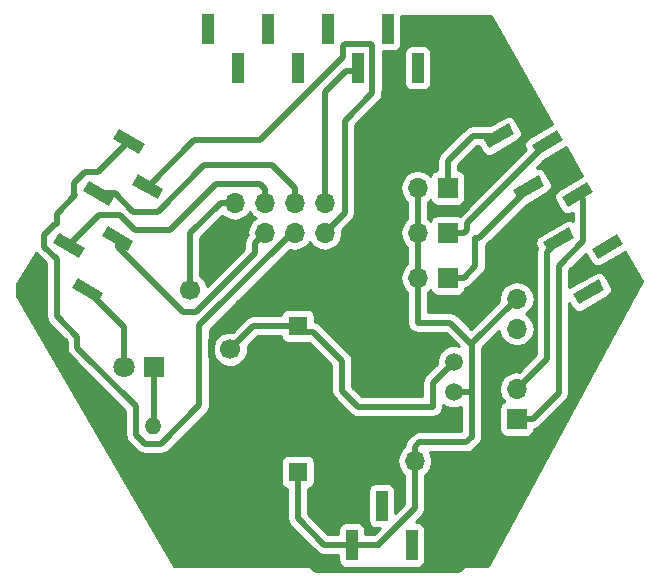
<source format=gbr>
G04 #@! TF.FileFunction,Copper,L2,Bot,Signal*
%FSLAX46Y46*%
G04 Gerber Fmt 4.6, Leading zero omitted, Abs format (unit mm)*
G04 Created by KiCad (PCBNEW 4.0.7-e2-6376~58~ubuntu14.04.1) date Mon Mar 25 18:05:39 2019*
%MOMM*%
%LPD*%
G01*
G04 APERTURE LIST*
%ADD10C,0.100000*%
%ADD11R,1.000000X2.510000*%
%ADD12R,1.600000X1.600000*%
%ADD13C,1.600000*%
%ADD14C,1.400000*%
%ADD15O,1.400000X1.400000*%
%ADD16R,1.800000X1.800000*%
%ADD17C,1.800000*%
%ADD18R,1.700000X1.700000*%
%ADD19O,1.700000X1.700000*%
%ADD20C,1.520000*%
%ADD21R,1.520000X1.520000*%
%ADD22C,1.700000*%
%ADD23C,0.500000*%
%ADD24C,0.254000*%
G04 APERTURE END LIST*
D10*
G36*
X208427406Y-91863669D02*
X208927406Y-92729695D01*
X206753682Y-93984695D01*
X206253682Y-93118669D01*
X208427406Y-91863669D01*
X208427406Y-91863669D01*
G37*
G36*
X210967406Y-96263078D02*
X211467406Y-97129104D01*
X209293682Y-98384104D01*
X208793682Y-97518078D01*
X210967406Y-96263078D01*
X210967406Y-96263078D01*
G37*
G36*
X213507406Y-100662487D02*
X214007406Y-101528513D01*
X211833682Y-102783513D01*
X211333682Y-101917487D01*
X213507406Y-100662487D01*
X213507406Y-100662487D01*
G37*
G36*
X204290862Y-91318964D02*
X204790862Y-92184990D01*
X202617138Y-93439990D01*
X202117138Y-92573964D01*
X204290862Y-91318964D01*
X204290862Y-91318964D01*
G37*
G36*
X206830862Y-95718373D02*
X207330862Y-96584399D01*
X205157138Y-97839399D01*
X204657138Y-96973373D01*
X206830862Y-95718373D01*
X206830862Y-95718373D01*
G37*
G36*
X209370862Y-100117783D02*
X209870862Y-100983809D01*
X207697138Y-102238809D01*
X207197138Y-101372783D01*
X209370862Y-100117783D01*
X209370862Y-100117783D01*
G37*
G36*
X211910862Y-104517192D02*
X212410862Y-105383218D01*
X210237138Y-106638218D01*
X209737138Y-105772192D01*
X211910862Y-104517192D01*
X211910862Y-104517192D01*
G37*
D11*
X196088000Y-127000000D03*
X191008000Y-127000000D03*
X193548000Y-123690000D03*
X188468000Y-123690000D03*
D12*
X186436000Y-108458000D03*
D13*
X186436000Y-113458000D03*
D14*
X181800000Y-116980000D03*
D15*
X174180000Y-116980000D03*
D16*
X174250000Y-111920000D03*
D17*
X171710000Y-111920000D03*
D12*
X186436000Y-120824000D03*
D13*
X186436000Y-115824000D03*
D18*
X199136000Y-96774000D03*
D19*
X196596000Y-96774000D03*
X194056000Y-96774000D03*
D11*
X196596000Y-86622000D03*
X191516000Y-86622000D03*
X186436000Y-86622000D03*
X181356000Y-86622000D03*
X194056000Y-83312000D03*
X188976000Y-83312000D03*
X183896000Y-83312000D03*
X178816000Y-83312000D03*
D18*
X199136000Y-100584000D03*
D19*
X196596000Y-100584000D03*
X194056000Y-100584000D03*
D18*
X199136000Y-104394000D03*
D19*
X196596000Y-104394000D03*
X194056000Y-104394000D03*
D18*
X204978000Y-116332000D03*
D19*
X204978000Y-113792000D03*
X204978000Y-111252000D03*
X204978000Y-108712000D03*
X204978000Y-106172000D03*
D18*
X181102000Y-100584000D03*
D19*
X181102000Y-98044000D03*
X183642000Y-100584000D03*
X183642000Y-98044000D03*
X186182000Y-100584000D03*
X186182000Y-98044000D03*
X188722000Y-100584000D03*
X188722000Y-98044000D03*
D18*
X198882000Y-119888000D03*
D19*
X196342000Y-119888000D03*
D20*
X199644000Y-114046000D03*
X199644000Y-111506000D03*
D21*
X199644000Y-116586000D03*
D10*
G36*
X165722594Y-101437331D02*
X166222594Y-100571305D01*
X168396318Y-101826305D01*
X167896318Y-102692331D01*
X165722594Y-101437331D01*
X165722594Y-101437331D01*
G37*
G36*
X168262594Y-97037922D02*
X168762594Y-96171896D01*
X170936318Y-97426896D01*
X170436318Y-98292922D01*
X168262594Y-97037922D01*
X168262594Y-97037922D01*
G37*
G36*
X170802594Y-92638513D02*
X171302594Y-91772487D01*
X173476318Y-93027487D01*
X172976318Y-93893513D01*
X170802594Y-92638513D01*
X170802594Y-92638513D01*
G37*
G36*
X167319138Y-105292035D02*
X167819138Y-104426009D01*
X169992862Y-105681009D01*
X169492862Y-106547035D01*
X167319138Y-105292035D01*
X167319138Y-105292035D01*
G37*
G36*
X169859138Y-100892626D02*
X170359138Y-100026600D01*
X172532862Y-101281600D01*
X172032862Y-102147626D01*
X169859138Y-100892626D01*
X169859138Y-100892626D01*
G37*
G36*
X172399138Y-96493217D02*
X172899138Y-95627191D01*
X175072862Y-96882191D01*
X174572862Y-97748217D01*
X172399138Y-96493217D01*
X172399138Y-96493217D01*
G37*
D22*
X178980825Y-103880241D03*
X181878747Y-106988635D03*
X177309560Y-105435487D03*
X180718559Y-110430525D03*
D23*
X199136000Y-96774000D02*
X199136000Y-94488000D01*
X199136000Y-94488000D02*
X201244523Y-92379477D01*
X201244523Y-92379477D02*
X203454000Y-92379477D01*
X195326000Y-124933001D02*
X193313999Y-126945002D01*
X196342000Y-119888000D02*
X196342000Y-123917001D01*
X196342000Y-123917001D02*
X195326000Y-124933001D01*
X200722002Y-118287999D02*
X196739920Y-118287999D01*
X201154001Y-114046000D02*
X201154001Y-117856000D01*
X201154001Y-117856000D02*
X200722002Y-118287999D01*
X196739920Y-118287999D02*
X196342000Y-118685919D01*
X196342000Y-118685919D02*
X196342000Y-119888000D01*
X193313999Y-126945002D02*
X193313999Y-127000000D01*
X193313999Y-127000000D02*
X191008000Y-127000000D01*
X186436000Y-120824000D02*
X186436000Y-124763002D01*
X186436000Y-124763002D02*
X188672998Y-127000000D01*
X188672998Y-127000000D02*
X190008000Y-127000000D01*
X190008000Y-127000000D02*
X191008000Y-127000000D01*
X201154001Y-114046000D02*
X201154001Y-110015981D01*
X199644000Y-114046000D02*
X201154001Y-114046000D01*
X201154001Y-110015981D02*
X201144010Y-110005990D01*
X196596000Y-108204000D02*
X199342020Y-108204000D01*
X199342020Y-108204000D02*
X201144010Y-110005990D01*
X204978000Y-106172000D02*
X201144010Y-110005990D01*
X196596000Y-104394000D02*
X196596000Y-108204000D01*
X196596000Y-100584000D02*
X196596000Y-104394000D01*
X196596000Y-96774000D02*
X196596000Y-100584000D01*
X202438000Y-126826000D02*
X202438000Y-120142000D01*
X202438000Y-120142000D02*
X202438000Y-119888000D01*
X198882000Y-119888000D02*
X202184000Y-119888000D01*
X202184000Y-119888000D02*
X202438000Y-120142000D01*
X190160634Y-106138636D02*
X182728746Y-106138636D01*
X191235999Y-107214001D02*
X190160634Y-106138636D01*
X179155759Y-103880241D02*
X178980825Y-103880241D01*
X182728746Y-106138636D02*
X181878747Y-106988635D01*
X181102000Y-100584000D02*
X181102000Y-101934000D01*
X181102000Y-101934000D02*
X179155759Y-103880241D01*
X181963376Y-113966000D02*
X186436000Y-113966000D01*
X181873081Y-106907999D02*
X179118557Y-109662523D01*
X191235999Y-107214001D02*
X190929997Y-106907999D01*
X190929997Y-106907999D02*
X181873081Y-106907999D01*
X179118557Y-111121181D02*
X181963376Y-113966000D01*
X179118557Y-109662523D02*
X179118557Y-111121181D01*
X181800000Y-116980000D02*
X181800000Y-119533808D01*
X187960000Y-129136001D02*
X195834000Y-129136001D01*
X181800000Y-119533808D02*
X181799357Y-119534451D01*
X181799357Y-119534451D02*
X181799357Y-122975358D01*
X181799357Y-122975358D02*
X187960000Y-129136001D01*
X186436000Y-115824000D02*
X186436000Y-113458000D01*
X188468000Y-123690000D02*
X188468000Y-117856000D01*
X188468000Y-117856000D02*
X186436000Y-115824000D01*
X200127999Y-129136001D02*
X202438000Y-126826000D01*
X202438000Y-119888000D02*
X202438000Y-118618000D01*
X202438000Y-118618000D02*
X203377999Y-117678001D01*
X203377999Y-117678001D02*
X203377999Y-112852001D01*
X203377999Y-112852001D02*
X204978000Y-111252000D01*
X199644000Y-116586000D02*
X194817000Y-116586000D01*
X194817000Y-116586000D02*
X188468000Y-122935000D01*
X188468000Y-122935000D02*
X188468000Y-123690000D01*
X195834000Y-129136001D02*
X200127999Y-129136001D01*
X195834000Y-129136001D02*
X196172001Y-129136001D01*
X194056000Y-104394000D02*
X191235999Y-107214001D01*
X194056000Y-100584000D02*
X194056000Y-104394000D01*
X194056000Y-96774000D02*
X194056000Y-100584000D01*
X174250000Y-111920000D02*
X174250000Y-116910000D01*
X174250000Y-116910000D02*
X174180000Y-116980000D01*
X174180000Y-111990000D02*
X174250000Y-111920000D01*
X168656000Y-105486522D02*
X171710000Y-108540522D01*
X171710000Y-108540522D02*
X171710000Y-111920000D01*
X200486000Y-100584000D02*
X200736001Y-100333999D01*
X200736001Y-100333999D02*
X200736001Y-99778725D01*
X200736001Y-99778725D02*
X206601111Y-93913615D01*
X206601111Y-93913615D02*
X207590544Y-92924182D01*
X199136000Y-100584000D02*
X200486000Y-100584000D01*
X201486010Y-100998215D02*
X201774671Y-100998215D01*
X201774671Y-100998215D02*
X205994000Y-96778886D01*
X199136000Y-104394000D02*
X200486000Y-104394000D01*
X200486000Y-104394000D02*
X201486010Y-103393990D01*
X201486010Y-103393990D02*
X201486010Y-100998215D01*
X167059456Y-101631818D02*
X169648342Y-99042932D01*
X169648342Y-99042932D02*
X171354870Y-99042932D01*
X171354870Y-99042932D02*
X172695420Y-100383482D01*
X179555297Y-96443999D02*
X183244080Y-96443999D01*
X172695420Y-100383482D02*
X175615814Y-100383482D01*
X183244080Y-96443999D02*
X183642000Y-96841919D01*
X175615814Y-100383482D02*
X179555297Y-96443999D01*
X183642000Y-96841919D02*
X183642000Y-98044000D01*
X182792001Y-101433999D02*
X183642000Y-100584000D01*
X176716877Y-107285340D02*
X177838483Y-107285340D01*
X171196000Y-101087113D02*
X171196000Y-101764463D01*
X171196000Y-101764463D02*
X176716877Y-107285340D01*
X177838483Y-107285340D02*
X182792001Y-102331822D01*
X182792001Y-102331822D02*
X182792001Y-101433999D01*
X186182000Y-98044000D02*
X186182000Y-96774000D01*
X186182000Y-96774000D02*
X184254180Y-94846180D01*
X174575755Y-98806000D02*
X172532164Y-98806000D01*
X184254180Y-94846180D02*
X178535575Y-94846180D01*
X178535575Y-94846180D02*
X174575755Y-98806000D01*
X172532164Y-98806000D02*
X170958573Y-97232409D01*
X170958573Y-97232409D02*
X170699456Y-97232409D01*
X170699456Y-97232409D02*
X169599456Y-97232409D01*
X188722000Y-100584000D02*
X190415999Y-98890001D01*
X192766001Y-88477001D02*
X192766001Y-84766999D01*
X177691749Y-92731955D02*
X173736000Y-96687704D01*
X190415999Y-98890001D02*
X190415999Y-91073003D01*
X190415999Y-91073003D02*
X192721751Y-88767251D01*
X190265999Y-85703774D02*
X183237818Y-92731955D01*
X192721751Y-88767251D02*
X192721751Y-88521251D01*
X192721751Y-88521251D02*
X192766001Y-88477001D01*
X192766001Y-84766999D02*
X192616001Y-84616999D01*
X192616001Y-84616999D02*
X190415999Y-84616999D01*
X190415999Y-84616999D02*
X190265999Y-84766999D01*
X190265999Y-84766999D02*
X190265999Y-85703774D01*
X183237818Y-92731955D02*
X177691749Y-92731955D01*
X167768801Y-110319372D02*
X172729999Y-115280570D01*
X166020117Y-102795530D02*
X166020117Y-107644343D01*
X165911928Y-99821295D02*
X164972584Y-100760639D01*
X166020117Y-99821295D02*
X165911928Y-99821295D01*
X172729999Y-115280570D02*
X172729999Y-117676001D01*
X167568226Y-97404230D02*
X166020117Y-98952339D01*
X185954052Y-100584000D02*
X186182000Y-100584000D01*
X168451928Y-95421886D02*
X167512584Y-96361230D01*
X172139456Y-92833000D02*
X169550570Y-95421886D01*
X166020117Y-98952339D02*
X166020117Y-99821295D01*
X167768801Y-109393027D02*
X167768801Y-110319372D01*
X172729999Y-117676001D02*
X173483999Y-118430001D01*
X164972584Y-100760639D02*
X164972584Y-101747997D01*
X178118546Y-115187456D02*
X178118546Y-108419506D01*
X164972584Y-101747997D02*
X166020117Y-102795530D01*
X178118546Y-108419506D02*
X185954052Y-100584000D01*
X166020117Y-107644343D02*
X167768801Y-109393027D01*
X173483999Y-118430001D02*
X174876001Y-118430001D01*
X169550570Y-95421886D02*
X168451928Y-95421886D01*
X167512584Y-97348588D02*
X167568226Y-97404230D01*
X174876001Y-118430001D02*
X178118546Y-115187456D01*
X167512584Y-96361230D02*
X167512584Y-97348588D01*
X188722000Y-98044000D02*
X188722000Y-88662000D01*
X190516000Y-86868000D02*
X191516000Y-86868000D01*
X188722000Y-88662000D02*
X190516000Y-86868000D01*
X182691084Y-108458000D02*
X180718559Y-110430525D01*
X186436000Y-108458000D02*
X182691084Y-108458000D01*
X177309560Y-100634359D02*
X177309560Y-104233406D01*
X181102000Y-98044000D02*
X179899919Y-98044000D01*
X177309560Y-104233406D02*
X177309560Y-105435487D01*
X179899919Y-98044000D02*
X177309560Y-100634359D01*
X181568558Y-109580526D02*
X180718559Y-110430525D01*
X186436000Y-108458000D02*
X183193833Y-108458000D01*
X186436000Y-108966000D02*
X187736000Y-108966000D01*
X187736000Y-108966000D02*
X190182263Y-111412263D01*
X190182263Y-111412263D02*
X190182263Y-113982263D01*
X199644000Y-111506000D02*
X197866000Y-113284000D01*
X197866000Y-113284000D02*
X197866000Y-115316000D01*
X191516000Y-115316000D02*
X197866000Y-115316000D01*
X190182263Y-113952263D02*
X190182263Y-113982263D01*
X190182263Y-113982263D02*
X191516000Y-115316000D01*
X204978000Y-113792000D02*
X207533990Y-111236010D01*
X207533990Y-111236010D02*
X207533990Y-102178306D01*
X207533990Y-102178306D02*
X208534000Y-101178296D01*
X204978000Y-116332000D02*
X206328000Y-116332000D01*
X206328000Y-116332000D02*
X208534000Y-114126000D01*
X208534000Y-114126000D02*
X208534000Y-103381347D01*
X208534000Y-103381347D02*
X210620872Y-101294475D01*
X210620872Y-101294475D02*
X210620872Y-97813919D01*
X210620872Y-97813919D02*
X210567279Y-97760326D01*
X210567279Y-97760326D02*
X210130544Y-97323591D01*
D24*
G36*
X210519457Y-95774102D02*
X208469962Y-96957378D01*
X208288311Y-97113383D01*
X208170678Y-97341885D01*
X208151212Y-97598150D01*
X208232982Y-97841798D01*
X208732982Y-98707824D01*
X208888987Y-98889475D01*
X209117489Y-99007108D01*
X209373754Y-99026573D01*
X209617402Y-98944804D01*
X209735872Y-98876405D01*
X209735872Y-99591982D01*
X209547055Y-99494779D01*
X209290790Y-99475314D01*
X209047142Y-99557083D01*
X206873418Y-100812083D01*
X206691767Y-100968088D01*
X206574134Y-101196590D01*
X206554668Y-101452855D01*
X206636438Y-101696503D01*
X206717814Y-101837450D01*
X206716357Y-101839631D01*
X206716357Y-101839632D01*
X206648989Y-102178306D01*
X206648990Y-102178311D01*
X206648990Y-110869431D01*
X205177520Y-112340900D01*
X205007093Y-112307000D01*
X204948907Y-112307000D01*
X204380622Y-112420039D01*
X203898853Y-112741946D01*
X203576946Y-113223715D01*
X203463907Y-113792000D01*
X203576946Y-114360285D01*
X203898853Y-114842054D01*
X203940452Y-114869850D01*
X203892683Y-114878838D01*
X203676559Y-115017910D01*
X203531569Y-115230110D01*
X203480560Y-115482000D01*
X203480560Y-117182000D01*
X203524838Y-117417317D01*
X203663910Y-117633441D01*
X203876110Y-117778431D01*
X204128000Y-117829440D01*
X205828000Y-117829440D01*
X206063317Y-117785162D01*
X206279441Y-117646090D01*
X206424431Y-117433890D01*
X206474243Y-117187911D01*
X206610484Y-117160810D01*
X206666675Y-117149633D01*
X206953790Y-116957790D01*
X209159787Y-114751792D01*
X209159790Y-114751790D01*
X209351633Y-114464675D01*
X209351979Y-114462937D01*
X209419001Y-114126000D01*
X209419000Y-114125995D01*
X209419000Y-106516042D01*
X209676438Y-106961938D01*
X209832443Y-107143589D01*
X210060945Y-107261222D01*
X210317210Y-107280687D01*
X210560858Y-107198918D01*
X212734582Y-105943918D01*
X212916233Y-105787913D01*
X213033866Y-105559411D01*
X213053332Y-105303146D01*
X212971562Y-105059498D01*
X212471562Y-104193472D01*
X212315557Y-104011821D01*
X212087055Y-103894188D01*
X211830790Y-103874723D01*
X211587142Y-103956492D01*
X209419000Y-105208269D01*
X209419000Y-103747927D01*
X210828888Y-102338039D01*
X211272982Y-103107233D01*
X211428987Y-103288884D01*
X211657489Y-103406517D01*
X211913754Y-103425982D01*
X212157402Y-103344213D01*
X214178459Y-102177355D01*
X215595683Y-104657497D01*
X202522799Y-128830000D01*
X196867082Y-128830000D01*
X197039441Y-128719090D01*
X197184431Y-128506890D01*
X197235440Y-128255000D01*
X197235440Y-125745000D01*
X197191162Y-125509683D01*
X197052090Y-125293559D01*
X196839890Y-125148569D01*
X196588000Y-125097560D01*
X196413021Y-125097560D01*
X196967787Y-124542793D01*
X196967790Y-124542791D01*
X197159633Y-124255676D01*
X197200943Y-124048000D01*
X197227001Y-123917001D01*
X197227000Y-123916996D01*
X197227000Y-121077432D01*
X197392054Y-120967147D01*
X197713961Y-120485378D01*
X197827000Y-119917093D01*
X197827000Y-119858907D01*
X197713961Y-119290622D01*
X197635368Y-119172999D01*
X200721997Y-119172999D01*
X200722002Y-119173000D01*
X201004486Y-119116809D01*
X201060677Y-119105632D01*
X201347792Y-118913789D01*
X201347793Y-118913788D01*
X201779788Y-118481792D01*
X201779791Y-118481790D01*
X201971634Y-118194675D01*
X201998397Y-118060129D01*
X202039002Y-117856000D01*
X202039001Y-117855995D01*
X202039001Y-110362579D01*
X203501349Y-108900231D01*
X203576946Y-109280285D01*
X203898853Y-109762054D01*
X204380622Y-110083961D01*
X204948907Y-110197000D01*
X205007093Y-110197000D01*
X205575378Y-110083961D01*
X206057147Y-109762054D01*
X206379054Y-109280285D01*
X206492093Y-108712000D01*
X206379054Y-108143715D01*
X206057147Y-107661946D01*
X205727974Y-107442000D01*
X206057147Y-107222054D01*
X206379054Y-106740285D01*
X206492093Y-106172000D01*
X206379054Y-105603715D01*
X206057147Y-105121946D01*
X205575378Y-104800039D01*
X205007093Y-104687000D01*
X204948907Y-104687000D01*
X204380622Y-104800039D01*
X203898853Y-105121946D01*
X203576946Y-105603715D01*
X203463907Y-106172000D01*
X203507461Y-106390960D01*
X201144010Y-108754410D01*
X199967810Y-107578210D01*
X199902402Y-107534506D01*
X199680695Y-107386367D01*
X199624504Y-107375190D01*
X199342020Y-107318999D01*
X199342015Y-107319000D01*
X197481000Y-107319000D01*
X197481000Y-105583432D01*
X197646054Y-105473147D01*
X197673850Y-105431548D01*
X197682838Y-105479317D01*
X197821910Y-105695441D01*
X198034110Y-105840431D01*
X198286000Y-105891440D01*
X199986000Y-105891440D01*
X200221317Y-105847162D01*
X200437441Y-105708090D01*
X200582431Y-105495890D01*
X200632243Y-105249911D01*
X200768484Y-105222810D01*
X200824675Y-105211633D01*
X201111790Y-105019790D01*
X202111797Y-104019782D01*
X202111800Y-104019780D01*
X202303643Y-103732665D01*
X202341171Y-103544000D01*
X202371011Y-103393990D01*
X202371010Y-103393985D01*
X202371010Y-101643683D01*
X202400461Y-101624005D01*
X205820402Y-98204063D01*
X207654582Y-97145099D01*
X207836233Y-96989094D01*
X207953866Y-96760592D01*
X207973332Y-96504327D01*
X207891562Y-96260679D01*
X207391562Y-95394653D01*
X207235557Y-95213002D01*
X207007055Y-95095369D01*
X206750790Y-95075904D01*
X206659897Y-95106408D01*
X207226898Y-94539407D01*
X207226901Y-94539405D01*
X207416947Y-94349358D01*
X209137638Y-93355918D01*
X210519457Y-95774102D01*
X210519457Y-95774102D01*
G37*
X210519457Y-95774102D02*
X208469962Y-96957378D01*
X208288311Y-97113383D01*
X208170678Y-97341885D01*
X208151212Y-97598150D01*
X208232982Y-97841798D01*
X208732982Y-98707824D01*
X208888987Y-98889475D01*
X209117489Y-99007108D01*
X209373754Y-99026573D01*
X209617402Y-98944804D01*
X209735872Y-98876405D01*
X209735872Y-99591982D01*
X209547055Y-99494779D01*
X209290790Y-99475314D01*
X209047142Y-99557083D01*
X206873418Y-100812083D01*
X206691767Y-100968088D01*
X206574134Y-101196590D01*
X206554668Y-101452855D01*
X206636438Y-101696503D01*
X206717814Y-101837450D01*
X206716357Y-101839631D01*
X206716357Y-101839632D01*
X206648989Y-102178306D01*
X206648990Y-102178311D01*
X206648990Y-110869431D01*
X205177520Y-112340900D01*
X205007093Y-112307000D01*
X204948907Y-112307000D01*
X204380622Y-112420039D01*
X203898853Y-112741946D01*
X203576946Y-113223715D01*
X203463907Y-113792000D01*
X203576946Y-114360285D01*
X203898853Y-114842054D01*
X203940452Y-114869850D01*
X203892683Y-114878838D01*
X203676559Y-115017910D01*
X203531569Y-115230110D01*
X203480560Y-115482000D01*
X203480560Y-117182000D01*
X203524838Y-117417317D01*
X203663910Y-117633441D01*
X203876110Y-117778431D01*
X204128000Y-117829440D01*
X205828000Y-117829440D01*
X206063317Y-117785162D01*
X206279441Y-117646090D01*
X206424431Y-117433890D01*
X206474243Y-117187911D01*
X206610484Y-117160810D01*
X206666675Y-117149633D01*
X206953790Y-116957790D01*
X209159787Y-114751792D01*
X209159790Y-114751790D01*
X209351633Y-114464675D01*
X209351979Y-114462937D01*
X209419001Y-114126000D01*
X209419000Y-114125995D01*
X209419000Y-106516042D01*
X209676438Y-106961938D01*
X209832443Y-107143589D01*
X210060945Y-107261222D01*
X210317210Y-107280687D01*
X210560858Y-107198918D01*
X212734582Y-105943918D01*
X212916233Y-105787913D01*
X213033866Y-105559411D01*
X213053332Y-105303146D01*
X212971562Y-105059498D01*
X212471562Y-104193472D01*
X212315557Y-104011821D01*
X212087055Y-103894188D01*
X211830790Y-103874723D01*
X211587142Y-103956492D01*
X209419000Y-105208269D01*
X209419000Y-103747927D01*
X210828888Y-102338039D01*
X211272982Y-103107233D01*
X211428987Y-103288884D01*
X211657489Y-103406517D01*
X211913754Y-103425982D01*
X212157402Y-103344213D01*
X214178459Y-102177355D01*
X215595683Y-104657497D01*
X202522799Y-128830000D01*
X196867082Y-128830000D01*
X197039441Y-128719090D01*
X197184431Y-128506890D01*
X197235440Y-128255000D01*
X197235440Y-125745000D01*
X197191162Y-125509683D01*
X197052090Y-125293559D01*
X196839890Y-125148569D01*
X196588000Y-125097560D01*
X196413021Y-125097560D01*
X196967787Y-124542793D01*
X196967790Y-124542791D01*
X197159633Y-124255676D01*
X197200943Y-124048000D01*
X197227001Y-123917001D01*
X197227000Y-123916996D01*
X197227000Y-121077432D01*
X197392054Y-120967147D01*
X197713961Y-120485378D01*
X197827000Y-119917093D01*
X197827000Y-119858907D01*
X197713961Y-119290622D01*
X197635368Y-119172999D01*
X200721997Y-119172999D01*
X200722002Y-119173000D01*
X201004486Y-119116809D01*
X201060677Y-119105632D01*
X201347792Y-118913789D01*
X201347793Y-118913788D01*
X201779788Y-118481792D01*
X201779791Y-118481790D01*
X201971634Y-118194675D01*
X201998397Y-118060129D01*
X202039002Y-117856000D01*
X202039001Y-117855995D01*
X202039001Y-110362579D01*
X203501349Y-108900231D01*
X203576946Y-109280285D01*
X203898853Y-109762054D01*
X204380622Y-110083961D01*
X204948907Y-110197000D01*
X205007093Y-110197000D01*
X205575378Y-110083961D01*
X206057147Y-109762054D01*
X206379054Y-109280285D01*
X206492093Y-108712000D01*
X206379054Y-108143715D01*
X206057147Y-107661946D01*
X205727974Y-107442000D01*
X206057147Y-107222054D01*
X206379054Y-106740285D01*
X206492093Y-106172000D01*
X206379054Y-105603715D01*
X206057147Y-105121946D01*
X205575378Y-104800039D01*
X205007093Y-104687000D01*
X204948907Y-104687000D01*
X204380622Y-104800039D01*
X203898853Y-105121946D01*
X203576946Y-105603715D01*
X203463907Y-106172000D01*
X203507461Y-106390960D01*
X201144010Y-108754410D01*
X199967810Y-107578210D01*
X199902402Y-107534506D01*
X199680695Y-107386367D01*
X199624504Y-107375190D01*
X199342020Y-107318999D01*
X199342015Y-107319000D01*
X197481000Y-107319000D01*
X197481000Y-105583432D01*
X197646054Y-105473147D01*
X197673850Y-105431548D01*
X197682838Y-105479317D01*
X197821910Y-105695441D01*
X198034110Y-105840431D01*
X198286000Y-105891440D01*
X199986000Y-105891440D01*
X200221317Y-105847162D01*
X200437441Y-105708090D01*
X200582431Y-105495890D01*
X200632243Y-105249911D01*
X200768484Y-105222810D01*
X200824675Y-105211633D01*
X201111790Y-105019790D01*
X202111797Y-104019782D01*
X202111800Y-104019780D01*
X202303643Y-103732665D01*
X202341171Y-103544000D01*
X202371011Y-103393990D01*
X202371010Y-103393985D01*
X202371010Y-101643683D01*
X202400461Y-101624005D01*
X205820402Y-98204063D01*
X207654582Y-97145099D01*
X207836233Y-96989094D01*
X207953866Y-96760592D01*
X207973332Y-96504327D01*
X207891562Y-96260679D01*
X207391562Y-95394653D01*
X207235557Y-95213002D01*
X207007055Y-95095369D01*
X206750790Y-95075904D01*
X206659897Y-95106408D01*
X207226898Y-94539407D01*
X207226901Y-94539405D01*
X207416947Y-94349358D01*
X209137638Y-93355918D01*
X210519457Y-95774102D01*
G36*
X207999046Y-91363383D02*
X205929962Y-92557969D01*
X205748311Y-92713974D01*
X205630678Y-92942476D01*
X205611212Y-93198741D01*
X205692982Y-93442389D01*
X205739751Y-93523396D01*
X200144491Y-99118655D01*
X199986000Y-99086560D01*
X198286000Y-99086560D01*
X198050683Y-99130838D01*
X197834559Y-99269910D01*
X197689569Y-99482110D01*
X197675914Y-99549541D01*
X197646054Y-99504853D01*
X197481000Y-99394568D01*
X197481000Y-97963432D01*
X197646054Y-97853147D01*
X197673850Y-97811548D01*
X197682838Y-97859317D01*
X197821910Y-98075441D01*
X198034110Y-98220431D01*
X198286000Y-98271440D01*
X199986000Y-98271440D01*
X200221317Y-98227162D01*
X200437441Y-98088090D01*
X200582431Y-97875890D01*
X200633440Y-97624000D01*
X200633440Y-95924000D01*
X200589162Y-95688683D01*
X200450090Y-95472559D01*
X200237890Y-95327569D01*
X200021000Y-95283648D01*
X200021000Y-94854580D01*
X201611102Y-93264477D01*
X201768206Y-93264477D01*
X202056438Y-93763710D01*
X202212443Y-93945361D01*
X202440945Y-94062994D01*
X202697210Y-94082459D01*
X202940858Y-94000690D01*
X205114582Y-92745690D01*
X205296233Y-92589685D01*
X205413866Y-92361183D01*
X205433332Y-92104918D01*
X205351562Y-91861270D01*
X204851562Y-90995244D01*
X204695557Y-90813593D01*
X204467055Y-90695960D01*
X204210790Y-90676495D01*
X203967142Y-90758264D01*
X202691984Y-91494477D01*
X201244528Y-91494477D01*
X201244523Y-91494476D01*
X200962039Y-91550667D01*
X200905848Y-91561844D01*
X200618733Y-91753687D01*
X200618731Y-91753690D01*
X198510210Y-93862210D01*
X198318367Y-94149325D01*
X198318367Y-94149326D01*
X198250999Y-94488000D01*
X198251000Y-94488005D01*
X198251000Y-95283146D01*
X198050683Y-95320838D01*
X197834559Y-95459910D01*
X197689569Y-95672110D01*
X197675914Y-95739541D01*
X197646054Y-95694853D01*
X197164285Y-95372946D01*
X196596000Y-95259907D01*
X196027715Y-95372946D01*
X195545946Y-95694853D01*
X195224039Y-96176622D01*
X195111000Y-96744907D01*
X195111000Y-96803093D01*
X195224039Y-97371378D01*
X195545946Y-97853147D01*
X195711000Y-97963432D01*
X195711000Y-99394568D01*
X195545946Y-99504853D01*
X195224039Y-99986622D01*
X195111000Y-100554907D01*
X195111000Y-100613093D01*
X195224039Y-101181378D01*
X195545946Y-101663147D01*
X195711000Y-101773432D01*
X195711000Y-103204568D01*
X195545946Y-103314853D01*
X195224039Y-103796622D01*
X195111000Y-104364907D01*
X195111000Y-104423093D01*
X195224039Y-104991378D01*
X195545946Y-105473147D01*
X195711000Y-105583432D01*
X195711000Y-108204000D01*
X195778367Y-108542675D01*
X195970210Y-108829790D01*
X196257325Y-109021633D01*
X196596000Y-109089000D01*
X198975440Y-109089000D01*
X200050928Y-110164487D01*
X199922700Y-110111242D01*
X199367735Y-110110758D01*
X198854828Y-110322687D01*
X198462066Y-110714764D01*
X198249242Y-111227300D01*
X198248874Y-111649547D01*
X197240210Y-112658210D01*
X197048367Y-112945325D01*
X197048367Y-112945326D01*
X196980999Y-113284000D01*
X196981000Y-113284005D01*
X196981000Y-114431000D01*
X191882579Y-114431000D01*
X191067263Y-113615683D01*
X191067263Y-111412263D01*
X190999896Y-111073588D01*
X190808053Y-110786473D01*
X190808050Y-110786471D01*
X188361790Y-108340210D01*
X188074675Y-108148367D01*
X188018484Y-108137190D01*
X187883440Y-108110327D01*
X187883440Y-107658000D01*
X187839162Y-107422683D01*
X187700090Y-107206559D01*
X187487890Y-107061569D01*
X187236000Y-107010560D01*
X185636000Y-107010560D01*
X185400683Y-107054838D01*
X185184559Y-107193910D01*
X185039569Y-107406110D01*
X185005773Y-107573000D01*
X182691089Y-107573000D01*
X182691084Y-107572999D01*
X182352410Y-107640366D01*
X182257138Y-107704025D01*
X182065294Y-107832210D01*
X182065292Y-107832213D01*
X180951777Y-108945728D01*
X180424470Y-108945268D01*
X179878473Y-109170869D01*
X179460371Y-109588242D01*
X179233817Y-110133844D01*
X179233302Y-110724614D01*
X179458903Y-111270611D01*
X179876276Y-111688713D01*
X180421878Y-111915267D01*
X181012648Y-111915782D01*
X181558645Y-111690181D01*
X181976747Y-111272808D01*
X182203301Y-110727206D01*
X182203763Y-110196900D01*
X183057663Y-109343000D01*
X185004554Y-109343000D01*
X185032838Y-109493317D01*
X185171910Y-109709441D01*
X185384110Y-109854431D01*
X185636000Y-109905440D01*
X187236000Y-109905440D01*
X187394110Y-109875690D01*
X189297263Y-111778842D01*
X189297263Y-113982258D01*
X189297262Y-113982263D01*
X189353453Y-114264747D01*
X189364630Y-114320938D01*
X189483184Y-114498367D01*
X189556473Y-114608053D01*
X190890208Y-115941787D01*
X190890210Y-115941790D01*
X191177325Y-116133633D01*
X191233516Y-116144810D01*
X191516000Y-116201001D01*
X191516005Y-116201000D01*
X197866000Y-116201000D01*
X198204675Y-116133633D01*
X198491790Y-115941790D01*
X198683633Y-115654675D01*
X198751000Y-115316000D01*
X198751000Y-115125992D01*
X198852764Y-115227934D01*
X199365300Y-115440758D01*
X199920265Y-115441242D01*
X200269001Y-115297147D01*
X200269001Y-117402999D01*
X196739925Y-117402999D01*
X196739920Y-117402998D01*
X196457436Y-117459189D01*
X196401245Y-117470366D01*
X196114130Y-117662209D01*
X196114128Y-117662212D01*
X195716210Y-118060129D01*
X195524367Y-118347244D01*
X195524367Y-118347245D01*
X195456999Y-118685919D01*
X195457000Y-118685924D01*
X195457000Y-118698568D01*
X195291946Y-118808853D01*
X194970039Y-119290622D01*
X194857000Y-119858907D01*
X194857000Y-119917093D01*
X194970039Y-120485378D01*
X195291946Y-120967147D01*
X195457000Y-121077432D01*
X195457000Y-123550422D01*
X194700210Y-124307211D01*
X194700208Y-124307214D01*
X194695440Y-124311982D01*
X194695440Y-122435000D01*
X194651162Y-122199683D01*
X194512090Y-121983559D01*
X194299890Y-121838569D01*
X194048000Y-121787560D01*
X193048000Y-121787560D01*
X192812683Y-121831838D01*
X192596559Y-121970910D01*
X192451569Y-122183110D01*
X192400560Y-122435000D01*
X192400560Y-124945000D01*
X192444838Y-125180317D01*
X192583910Y-125396441D01*
X192796110Y-125541431D01*
X193048000Y-125592440D01*
X193414981Y-125592440D01*
X192892421Y-126115000D01*
X192155440Y-126115000D01*
X192155440Y-125745000D01*
X192111162Y-125509683D01*
X191972090Y-125293559D01*
X191759890Y-125148569D01*
X191508000Y-125097560D01*
X190508000Y-125097560D01*
X190272683Y-125141838D01*
X190056559Y-125280910D01*
X189911569Y-125493110D01*
X189860560Y-125745000D01*
X189860560Y-126115000D01*
X189039577Y-126115000D01*
X187321000Y-124396422D01*
X187321000Y-122255446D01*
X187471317Y-122227162D01*
X187687441Y-122088090D01*
X187832431Y-121875890D01*
X187883440Y-121624000D01*
X187883440Y-120024000D01*
X187839162Y-119788683D01*
X187700090Y-119572559D01*
X187487890Y-119427569D01*
X187236000Y-119376560D01*
X185636000Y-119376560D01*
X185400683Y-119420838D01*
X185184559Y-119559910D01*
X185039569Y-119772110D01*
X184988560Y-120024000D01*
X184988560Y-121624000D01*
X185032838Y-121859317D01*
X185171910Y-122075441D01*
X185384110Y-122220431D01*
X185551000Y-122254227D01*
X185551000Y-124762997D01*
X185550999Y-124763002D01*
X185607190Y-125045486D01*
X185618367Y-125101677D01*
X185731956Y-125271676D01*
X185810210Y-125388792D01*
X188047206Y-127625787D01*
X188047208Y-127625790D01*
X188334323Y-127817633D01*
X188390514Y-127828810D01*
X188672998Y-127885001D01*
X188673003Y-127885000D01*
X189860560Y-127885000D01*
X189860560Y-128255000D01*
X189904838Y-128490317D01*
X190043910Y-128706441D01*
X190224745Y-128830000D01*
X175923353Y-128830000D01*
X162687000Y-105967208D01*
X162687000Y-104909657D01*
X164297347Y-102299784D01*
X164346794Y-102373787D01*
X165135117Y-103162109D01*
X165135117Y-107644338D01*
X165135116Y-107644343D01*
X165188901Y-107914732D01*
X165202484Y-107983018D01*
X165282635Y-108102973D01*
X165394327Y-108270133D01*
X166883801Y-109759606D01*
X166883801Y-110319367D01*
X166883800Y-110319372D01*
X166939991Y-110601856D01*
X166951168Y-110658047D01*
X167099612Y-110880210D01*
X167143011Y-110945162D01*
X171844999Y-115647149D01*
X171844999Y-117675996D01*
X171844998Y-117676001D01*
X171883247Y-117868286D01*
X171912366Y-118014676D01*
X172094994Y-118287999D01*
X172104209Y-118301791D01*
X172858207Y-119055788D01*
X172858209Y-119055791D01*
X173145324Y-119247634D01*
X173201515Y-119258811D01*
X173483999Y-119315002D01*
X173484004Y-119315001D01*
X174875996Y-119315001D01*
X174876001Y-119315002D01*
X175158485Y-119258811D01*
X175214676Y-119247634D01*
X175501791Y-119055791D01*
X175501792Y-119055790D01*
X178744333Y-115813248D01*
X178744336Y-115813246D01*
X178936179Y-115526131D01*
X178977977Y-115316000D01*
X179003547Y-115187456D01*
X179003546Y-115187451D01*
X179003546Y-108786086D01*
X185772911Y-102016720D01*
X186182000Y-102098093D01*
X186750285Y-101985054D01*
X187232054Y-101663147D01*
X187452000Y-101333974D01*
X187671946Y-101663147D01*
X188153715Y-101985054D01*
X188722000Y-102098093D01*
X189290285Y-101985054D01*
X189772054Y-101663147D01*
X190093961Y-101181378D01*
X190207000Y-100613093D01*
X190207000Y-100554907D01*
X190173100Y-100384480D01*
X191041786Y-99515793D01*
X191041789Y-99515791D01*
X191233632Y-99228676D01*
X191300999Y-98890001D01*
X191300999Y-91439583D01*
X193347538Y-89393043D01*
X193347541Y-89393041D01*
X193539384Y-89105926D01*
X193560320Y-89000674D01*
X193606752Y-88767251D01*
X193606751Y-88767246D01*
X193606751Y-88699461D01*
X193651002Y-88477001D01*
X193651001Y-88476996D01*
X193651001Y-85367000D01*
X195448560Y-85367000D01*
X195448560Y-87877000D01*
X195492838Y-88112317D01*
X195631910Y-88328441D01*
X195844110Y-88473431D01*
X196096000Y-88524440D01*
X197096000Y-88524440D01*
X197331317Y-88480162D01*
X197547441Y-88341090D01*
X197692431Y-88128890D01*
X197743440Y-87877000D01*
X197743440Y-85367000D01*
X197699162Y-85131683D01*
X197560090Y-84915559D01*
X197347890Y-84770569D01*
X197096000Y-84719560D01*
X196096000Y-84719560D01*
X195860683Y-84763838D01*
X195644559Y-84902910D01*
X195499569Y-85115110D01*
X195448560Y-85367000D01*
X193651001Y-85367000D01*
X193651001Y-85214440D01*
X194556000Y-85214440D01*
X194791317Y-85170162D01*
X195007441Y-85031090D01*
X195152431Y-84818890D01*
X195203440Y-84567000D01*
X195203440Y-82244000D01*
X202787970Y-82244000D01*
X207999046Y-91363383D01*
X207999046Y-91363383D01*
G37*
X207999046Y-91363383D02*
X205929962Y-92557969D01*
X205748311Y-92713974D01*
X205630678Y-92942476D01*
X205611212Y-93198741D01*
X205692982Y-93442389D01*
X205739751Y-93523396D01*
X200144491Y-99118655D01*
X199986000Y-99086560D01*
X198286000Y-99086560D01*
X198050683Y-99130838D01*
X197834559Y-99269910D01*
X197689569Y-99482110D01*
X197675914Y-99549541D01*
X197646054Y-99504853D01*
X197481000Y-99394568D01*
X197481000Y-97963432D01*
X197646054Y-97853147D01*
X197673850Y-97811548D01*
X197682838Y-97859317D01*
X197821910Y-98075441D01*
X198034110Y-98220431D01*
X198286000Y-98271440D01*
X199986000Y-98271440D01*
X200221317Y-98227162D01*
X200437441Y-98088090D01*
X200582431Y-97875890D01*
X200633440Y-97624000D01*
X200633440Y-95924000D01*
X200589162Y-95688683D01*
X200450090Y-95472559D01*
X200237890Y-95327569D01*
X200021000Y-95283648D01*
X200021000Y-94854580D01*
X201611102Y-93264477D01*
X201768206Y-93264477D01*
X202056438Y-93763710D01*
X202212443Y-93945361D01*
X202440945Y-94062994D01*
X202697210Y-94082459D01*
X202940858Y-94000690D01*
X205114582Y-92745690D01*
X205296233Y-92589685D01*
X205413866Y-92361183D01*
X205433332Y-92104918D01*
X205351562Y-91861270D01*
X204851562Y-90995244D01*
X204695557Y-90813593D01*
X204467055Y-90695960D01*
X204210790Y-90676495D01*
X203967142Y-90758264D01*
X202691984Y-91494477D01*
X201244528Y-91494477D01*
X201244523Y-91494476D01*
X200962039Y-91550667D01*
X200905848Y-91561844D01*
X200618733Y-91753687D01*
X200618731Y-91753690D01*
X198510210Y-93862210D01*
X198318367Y-94149325D01*
X198318367Y-94149326D01*
X198250999Y-94488000D01*
X198251000Y-94488005D01*
X198251000Y-95283146D01*
X198050683Y-95320838D01*
X197834559Y-95459910D01*
X197689569Y-95672110D01*
X197675914Y-95739541D01*
X197646054Y-95694853D01*
X197164285Y-95372946D01*
X196596000Y-95259907D01*
X196027715Y-95372946D01*
X195545946Y-95694853D01*
X195224039Y-96176622D01*
X195111000Y-96744907D01*
X195111000Y-96803093D01*
X195224039Y-97371378D01*
X195545946Y-97853147D01*
X195711000Y-97963432D01*
X195711000Y-99394568D01*
X195545946Y-99504853D01*
X195224039Y-99986622D01*
X195111000Y-100554907D01*
X195111000Y-100613093D01*
X195224039Y-101181378D01*
X195545946Y-101663147D01*
X195711000Y-101773432D01*
X195711000Y-103204568D01*
X195545946Y-103314853D01*
X195224039Y-103796622D01*
X195111000Y-104364907D01*
X195111000Y-104423093D01*
X195224039Y-104991378D01*
X195545946Y-105473147D01*
X195711000Y-105583432D01*
X195711000Y-108204000D01*
X195778367Y-108542675D01*
X195970210Y-108829790D01*
X196257325Y-109021633D01*
X196596000Y-109089000D01*
X198975440Y-109089000D01*
X200050928Y-110164487D01*
X199922700Y-110111242D01*
X199367735Y-110110758D01*
X198854828Y-110322687D01*
X198462066Y-110714764D01*
X198249242Y-111227300D01*
X198248874Y-111649547D01*
X197240210Y-112658210D01*
X197048367Y-112945325D01*
X197048367Y-112945326D01*
X196980999Y-113284000D01*
X196981000Y-113284005D01*
X196981000Y-114431000D01*
X191882579Y-114431000D01*
X191067263Y-113615683D01*
X191067263Y-111412263D01*
X190999896Y-111073588D01*
X190808053Y-110786473D01*
X190808050Y-110786471D01*
X188361790Y-108340210D01*
X188074675Y-108148367D01*
X188018484Y-108137190D01*
X187883440Y-108110327D01*
X187883440Y-107658000D01*
X187839162Y-107422683D01*
X187700090Y-107206559D01*
X187487890Y-107061569D01*
X187236000Y-107010560D01*
X185636000Y-107010560D01*
X185400683Y-107054838D01*
X185184559Y-107193910D01*
X185039569Y-107406110D01*
X185005773Y-107573000D01*
X182691089Y-107573000D01*
X182691084Y-107572999D01*
X182352410Y-107640366D01*
X182257138Y-107704025D01*
X182065294Y-107832210D01*
X182065292Y-107832213D01*
X180951777Y-108945728D01*
X180424470Y-108945268D01*
X179878473Y-109170869D01*
X179460371Y-109588242D01*
X179233817Y-110133844D01*
X179233302Y-110724614D01*
X179458903Y-111270611D01*
X179876276Y-111688713D01*
X180421878Y-111915267D01*
X181012648Y-111915782D01*
X181558645Y-111690181D01*
X181976747Y-111272808D01*
X182203301Y-110727206D01*
X182203763Y-110196900D01*
X183057663Y-109343000D01*
X185004554Y-109343000D01*
X185032838Y-109493317D01*
X185171910Y-109709441D01*
X185384110Y-109854431D01*
X185636000Y-109905440D01*
X187236000Y-109905440D01*
X187394110Y-109875690D01*
X189297263Y-111778842D01*
X189297263Y-113982258D01*
X189297262Y-113982263D01*
X189353453Y-114264747D01*
X189364630Y-114320938D01*
X189483184Y-114498367D01*
X189556473Y-114608053D01*
X190890208Y-115941787D01*
X190890210Y-115941790D01*
X191177325Y-116133633D01*
X191233516Y-116144810D01*
X191516000Y-116201001D01*
X191516005Y-116201000D01*
X197866000Y-116201000D01*
X198204675Y-116133633D01*
X198491790Y-115941790D01*
X198683633Y-115654675D01*
X198751000Y-115316000D01*
X198751000Y-115125992D01*
X198852764Y-115227934D01*
X199365300Y-115440758D01*
X199920265Y-115441242D01*
X200269001Y-115297147D01*
X200269001Y-117402999D01*
X196739925Y-117402999D01*
X196739920Y-117402998D01*
X196457436Y-117459189D01*
X196401245Y-117470366D01*
X196114130Y-117662209D01*
X196114128Y-117662212D01*
X195716210Y-118060129D01*
X195524367Y-118347244D01*
X195524367Y-118347245D01*
X195456999Y-118685919D01*
X195457000Y-118685924D01*
X195457000Y-118698568D01*
X195291946Y-118808853D01*
X194970039Y-119290622D01*
X194857000Y-119858907D01*
X194857000Y-119917093D01*
X194970039Y-120485378D01*
X195291946Y-120967147D01*
X195457000Y-121077432D01*
X195457000Y-123550422D01*
X194700210Y-124307211D01*
X194700208Y-124307214D01*
X194695440Y-124311982D01*
X194695440Y-122435000D01*
X194651162Y-122199683D01*
X194512090Y-121983559D01*
X194299890Y-121838569D01*
X194048000Y-121787560D01*
X193048000Y-121787560D01*
X192812683Y-121831838D01*
X192596559Y-121970910D01*
X192451569Y-122183110D01*
X192400560Y-122435000D01*
X192400560Y-124945000D01*
X192444838Y-125180317D01*
X192583910Y-125396441D01*
X192796110Y-125541431D01*
X193048000Y-125592440D01*
X193414981Y-125592440D01*
X192892421Y-126115000D01*
X192155440Y-126115000D01*
X192155440Y-125745000D01*
X192111162Y-125509683D01*
X191972090Y-125293559D01*
X191759890Y-125148569D01*
X191508000Y-125097560D01*
X190508000Y-125097560D01*
X190272683Y-125141838D01*
X190056559Y-125280910D01*
X189911569Y-125493110D01*
X189860560Y-125745000D01*
X189860560Y-126115000D01*
X189039577Y-126115000D01*
X187321000Y-124396422D01*
X187321000Y-122255446D01*
X187471317Y-122227162D01*
X187687441Y-122088090D01*
X187832431Y-121875890D01*
X187883440Y-121624000D01*
X187883440Y-120024000D01*
X187839162Y-119788683D01*
X187700090Y-119572559D01*
X187487890Y-119427569D01*
X187236000Y-119376560D01*
X185636000Y-119376560D01*
X185400683Y-119420838D01*
X185184559Y-119559910D01*
X185039569Y-119772110D01*
X184988560Y-120024000D01*
X184988560Y-121624000D01*
X185032838Y-121859317D01*
X185171910Y-122075441D01*
X185384110Y-122220431D01*
X185551000Y-122254227D01*
X185551000Y-124762997D01*
X185550999Y-124763002D01*
X185607190Y-125045486D01*
X185618367Y-125101677D01*
X185731956Y-125271676D01*
X185810210Y-125388792D01*
X188047206Y-127625787D01*
X188047208Y-127625790D01*
X188334323Y-127817633D01*
X188390514Y-127828810D01*
X188672998Y-127885001D01*
X188673003Y-127885000D01*
X189860560Y-127885000D01*
X189860560Y-128255000D01*
X189904838Y-128490317D01*
X190043910Y-128706441D01*
X190224745Y-128830000D01*
X175923353Y-128830000D01*
X162687000Y-105967208D01*
X162687000Y-104909657D01*
X164297347Y-102299784D01*
X164346794Y-102373787D01*
X165135117Y-103162109D01*
X165135117Y-107644338D01*
X165135116Y-107644343D01*
X165188901Y-107914732D01*
X165202484Y-107983018D01*
X165282635Y-108102973D01*
X165394327Y-108270133D01*
X166883801Y-109759606D01*
X166883801Y-110319367D01*
X166883800Y-110319372D01*
X166939991Y-110601856D01*
X166951168Y-110658047D01*
X167099612Y-110880210D01*
X167143011Y-110945162D01*
X171844999Y-115647149D01*
X171844999Y-117675996D01*
X171844998Y-117676001D01*
X171883247Y-117868286D01*
X171912366Y-118014676D01*
X172094994Y-118287999D01*
X172104209Y-118301791D01*
X172858207Y-119055788D01*
X172858209Y-119055791D01*
X173145324Y-119247634D01*
X173201515Y-119258811D01*
X173483999Y-119315002D01*
X173484004Y-119315001D01*
X174875996Y-119315001D01*
X174876001Y-119315002D01*
X175158485Y-119258811D01*
X175214676Y-119247634D01*
X175501791Y-119055791D01*
X175501792Y-119055790D01*
X178744333Y-115813248D01*
X178744336Y-115813246D01*
X178936179Y-115526131D01*
X178977977Y-115316000D01*
X179003547Y-115187456D01*
X179003546Y-115187451D01*
X179003546Y-108786086D01*
X185772911Y-102016720D01*
X186182000Y-102098093D01*
X186750285Y-101985054D01*
X187232054Y-101663147D01*
X187452000Y-101333974D01*
X187671946Y-101663147D01*
X188153715Y-101985054D01*
X188722000Y-102098093D01*
X189290285Y-101985054D01*
X189772054Y-101663147D01*
X190093961Y-101181378D01*
X190207000Y-100613093D01*
X190207000Y-100554907D01*
X190173100Y-100384480D01*
X191041786Y-99515793D01*
X191041789Y-99515791D01*
X191233632Y-99228676D01*
X191300999Y-98890001D01*
X191300999Y-91439583D01*
X193347538Y-89393043D01*
X193347541Y-89393041D01*
X193539384Y-89105926D01*
X193560320Y-89000674D01*
X193606752Y-88767251D01*
X193606751Y-88767246D01*
X193606751Y-88699461D01*
X193651002Y-88477001D01*
X193651001Y-88476996D01*
X193651001Y-85367000D01*
X195448560Y-85367000D01*
X195448560Y-87877000D01*
X195492838Y-88112317D01*
X195631910Y-88328441D01*
X195844110Y-88473431D01*
X196096000Y-88524440D01*
X197096000Y-88524440D01*
X197331317Y-88480162D01*
X197547441Y-88341090D01*
X197692431Y-88128890D01*
X197743440Y-87877000D01*
X197743440Y-85367000D01*
X197699162Y-85131683D01*
X197560090Y-84915559D01*
X197347890Y-84770569D01*
X197096000Y-84719560D01*
X196096000Y-84719560D01*
X195860683Y-84763838D01*
X195644559Y-84902910D01*
X195499569Y-85115110D01*
X195448560Y-85367000D01*
X193651001Y-85367000D01*
X193651001Y-85214440D01*
X194556000Y-85214440D01*
X194791317Y-85170162D01*
X195007441Y-85031090D01*
X195152431Y-84818890D01*
X195203440Y-84567000D01*
X195203440Y-82244000D01*
X202787970Y-82244000D01*
X207999046Y-91363383D01*
G36*
X182591946Y-99123147D02*
X182877578Y-99314000D01*
X182591946Y-99504853D01*
X182270039Y-99986622D01*
X182157000Y-100554907D01*
X182157000Y-100613093D01*
X182190900Y-100783520D01*
X182166211Y-100808209D01*
X181974368Y-101095324D01*
X181969021Y-101122207D01*
X181907000Y-101433999D01*
X181907001Y-101434004D01*
X181907001Y-101965243D01*
X178776113Y-105096130D01*
X178569216Y-104595401D01*
X178194560Y-104220091D01*
X178194560Y-101000939D01*
X180064178Y-99131320D01*
X180533715Y-99445054D01*
X181102000Y-99558093D01*
X181670285Y-99445054D01*
X182152054Y-99123147D01*
X182372000Y-98793974D01*
X182591946Y-99123147D01*
X182591946Y-99123147D01*
G37*
X182591946Y-99123147D02*
X182877578Y-99314000D01*
X182591946Y-99504853D01*
X182270039Y-99986622D01*
X182157000Y-100554907D01*
X182157000Y-100613093D01*
X182190900Y-100783520D01*
X182166211Y-100808209D01*
X181974368Y-101095324D01*
X181969021Y-101122207D01*
X181907000Y-101433999D01*
X181907001Y-101434004D01*
X181907001Y-101965243D01*
X178776113Y-105096130D01*
X178569216Y-104595401D01*
X178194560Y-104220091D01*
X178194560Y-101000939D01*
X180064178Y-99131320D01*
X180533715Y-99445054D01*
X181102000Y-99558093D01*
X181670285Y-99445054D01*
X182152054Y-99123147D01*
X182372000Y-98793974D01*
X182591946Y-99123147D01*
M02*

</source>
